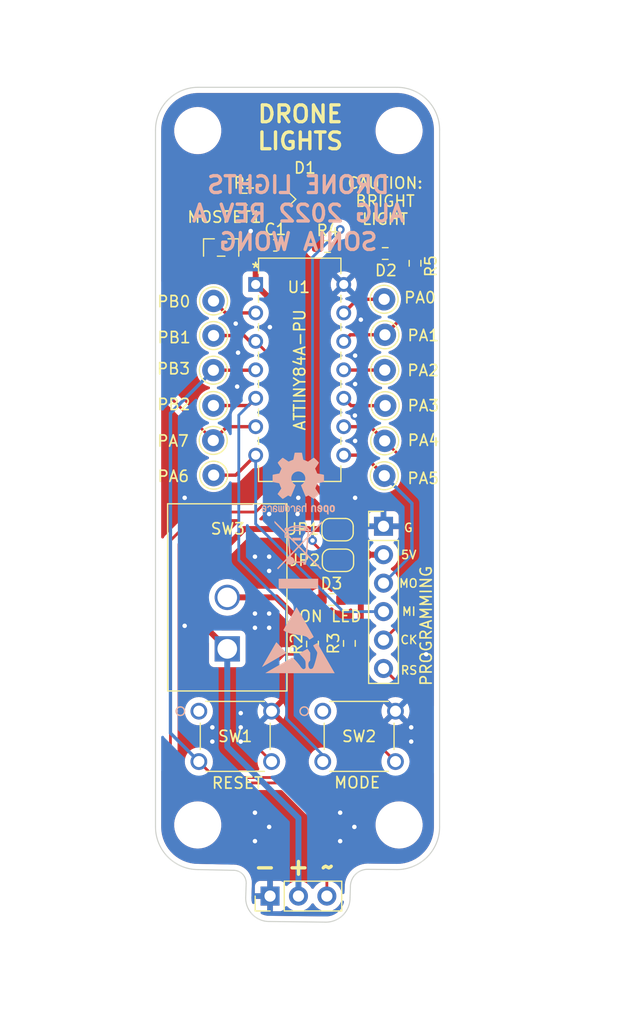
<source format=kicad_pcb>
(kicad_pcb (version 20211014) (generator pcbnew)
  (title_block (title "Drone Lights") (rev "A") (company "Designer: Sonia Wong"))
  (layers (0 "F.Cu" signal) (31 "B.Cu" signal) (34 "B.Paste" user) (35 "F.Paste" user) (36 "B.SilkS" user "B.Silkscreen") (37 "F.SilkS" user "F.Silkscreen") (38 "B.Mask" user) (39 "F.Mask" user) (44 "Edge.Cuts" user))
  (net 0 "")
  (net 1 "+5V")
  (net 2 "GND")
  (net 3 "Net-(D1-Pad1)")
  (net 4 "Net-(D2-Pad2)")
  (net 5 "Net-(D3-Pad2)")
  (net 6 "Net-(J1-Pad1)")
  (net 7 "5V_IN")
  (net 8 "EXT-CTRL")
  (net 9 "Net-(J3-Pad1)")
  (net 10 "Net-(J4-Pad1)")
  (net 11 "Net-(J5-Pad1)")
  (net 12 "CONTROL")
  (net 13 "MODE")
  (net 14 "RESET")
  (net 15 "PROG_MOSI")
  (net 16 "PROG_MISO")
  (net 17 "SCK")
  (net 18 "LED_PIN")
  (net 19 "Net-(JP2-Pad1)")
  (net 20 "Net-(MOSFET1-Pad3)")
  (net 21 "Net-(R2-Pad1)")
  (net 22 "Net-(R3-Pad1)")
  (footprint "Connector_Pin:Pin_D1.0mm_L10.0mm" (layer "F.Cu") (at 125.847114 94.322171)
    (fp_text reference "J12" hide)
    (fp_text value "Proto Pin" hide)
    (pad "1" thru_hole circle (at 0 0) (size 2 2) (drill 1) (layers *.Cu *.Mask) (net 16 "PROG_MISO"))
  )
  (footprint "Jumper:SolderJumper-2_P1.3mm_Open_RoundedPad1.0x1.5mm" (layer "F.Cu") (at 136.926736 99.187998)
    (fp_text reference "JP1" (at -3.015111 -0.0529) (layer "F.SilkS"))
    (fp_text value "OpenJumper" hide)
    (pad "1" smd custom (at -0.65 0) (size 1 0.5) (layers "F.Cu" "F.Mask") (net 7 "5V_IN") (options (clearance outline) (anchor rect)) (primitives (gr_circle (center 0 0.25) (end 0.5 0.25) (width 0) (fill yes)) (gr_circle (center 0 -0.25) (end 0.5 -0.25) (width 0) (fill yes)) (gr_poly (pts (xy 0.5 0.75) (xy 0 0.75) (xy 0 -0.75) (xy 0.5 -0.75)) (width 0) (fill yes))))
    (pad "2" smd custom (at 0.65 0) (size 1 0.5) (layers "F.Cu" "F.Mask") (net 1 "+5V") (options (clearance outline) (anchor rect)) (primitives (gr_circle (center 0 0.25) (end 0.5 0.25) (width 0) (fill yes)) (gr_circle (center 0 -0.25) (end 0.5 -0.25) (width 0) (fill yes)) (gr_poly (pts (xy 0 0.75) (xy -0.5 0.75) (xy -0.5 -0.75) (xy 0 -0.75)) (width 0) (fill yes))))
  )
  (footprint "Connector_PinHeader_2.54mm:PinHeader_1x03_P2.54mm_Vertical" (layer "F.Cu") (at 130.891223 131.904937 90)
    (fp_text reference "J2" hide)
    (fp_text value "Input")
    (pad "1" thru_hole rect (at 0 0 90) (size 1.7 1.7) (drill 1) (layers *.Cu *.Mask) (net 2 "GND"))
    (pad "2" thru_hole oval (at 0 2.54 90) (size 1.7 1.7) (drill 1) (layers *.Cu *.Mask) (net 7 "5V_IN"))
    (pad "3" thru_hole oval (at 0 5.08 90) (size 1.7 1.7) (drill 1) (layers *.Cu *.Mask) (net 8 "EXT-CTRL"))
  )
  (footprint "Connector_Pin:Pin_D1.0mm_L10.0mm" (layer "F.Cu") (at 141.091854 78.618185)
    (fp_text reference "J3" hide)
    (fp_text value "Proto Pin" hide)
    (pad "1" thru_hole circle (at 0 0) (size 2 2) (drill 1) (layers *.Cu *.Mask) (net 9 "Net-(J3-Pad1)"))
  )
  (footprint "ATTINY84A-PU:ATTINY84A-PU" (layer "F.Cu") (at 129.606223 77.294937)
    (fp_text reference "U1" (at 3.854974 0.249734) (layer "F.SilkS"))
    (fp_text value "ATTINY84A-PU" (at 3.937 7.62 90) (layer "F.SilkS"))
    (fp_text user "*" (at 0 -1.4224) (layer "F.SilkS"))
    (fp_text user "*" (at 0 -1.4224) (layer "F.SilkS"))
    (pad "1" thru_hole rect locked (at 0 0) (size 1.3208 1.3208) (drill 0.8128) (layers *.Cu *.Mask) (net 1 "+5V"))
    (pad "2" thru_hole circle locked (at 0 2.54) (size 1.3208 1.3208) (drill 0.8128) (layers *.Cu *.Mask) (net 6 "Net-(J1-Pad1)"))
    (pad "3" thru_hole circle locked (at 0 5.08) (size 1.3208 1.3208) (drill 0.8128) (layers *.Cu *.Mask) (net 8 "EXT-CTRL"))
    (pad "4" thru_hole circle locked (at 0 7.62) (size 1.3208 1.3208) (drill 0.8128) (layers *.Cu *.Mask) (net 14 "RESET"))
    (pad "5" thru_hole circle locked (at 0 10.16) (size 1.3208 1.3208) (drill 0.8128) (layers *.Cu *.Mask) (net 13 "MODE"))
    (pad "6" thru_hole circle locked (at 0 12.7) (size 1.3208 1.3208) (drill 0.8128) (layers *.Cu *.Mask) (net 12 "CONTROL"))
    (pad "7" thru_hole circle locked (at 0 15.24) (size 1.3208 1.3208) (drill 0.8128) (layers *.Cu *.Mask) (net 16 "PROG_MISO"))
    (pad "8" thru_hole circle locked (at 7.874 15.24) (size 1.3208 1.3208) (drill 0.8128) (layers *.Cu *.Mask) (net 15 "PROG_MOSI"))
    (pad "9" thru_hole circle locked (at 7.874 12.7) (size 1.3208 1.3208) (drill 0.8128) (layers *.Cu *.Mask) (net 17 "SCK"))
    (pad "10" thru_hole circle locked (at 7.874 10.16) (size 1.3208 1.3208) (drill 0.8128) (layers *.Cu *.Mask) (net 11 "Net-(J5-Pad1)"))
    (pad "11" thru_hole circle locked (at 7.874 7.62) (size 1.3208 1.3208) (drill 0.8128) (layers *.Cu *.Mask) (net 10 "Net-(J4-Pad1)"))
    (pad "12" thru_hole circle locked (at 7.874 5.08) (size 1.3208 1.3208) (drill 0.8128) (layers *.Cu *.Mask) (net 18 "LED_PIN"))
    (pad "13" thru_hole circle locked (at 7.874 2.54) (size 1.3208 1.3208) (drill 0.8128) (layers *.Cu *.Mask) (net 9 "Net-(J3-Pad1)"))
    (pad "14" thru_hole circle locked (at 7.874 0) (size 1.3208 1.3208) (drill 0.8128) (layers *.Cu *.Mask) (net 2 "GND"))
  )
  (footprint "MountingHole:MountingHole_3.2mm_M3" (layer "F.Cu") (at 124.426223 63.554937)
    (fp_text reference "H4" hide)
    (fp_text value "M3" hide)
    (pad "" np_thru_hole circle (at 0 0) (size 3.2 3.2) (drill 3.2) (layers *.Cu *.Mask))
  )
  (footprint "Connector_PinHeader_2.54mm:PinHeader_1x06_P2.54mm_Vertical" (layer "F.Cu") (at 141.036223 98.884937)
    (fp_text reference "J10" hide)
    (fp_text value "Prog_Connector" hide)
    (pad "1" thru_hole rect (at 0 0) (size 1.7 1.7) (drill 1) (layers *.Cu *.Mask) (net 2 "GND"))
    (pad "2" thru_hole oval (at 0 2.54) (size 1.7 1.7) (drill 1) (layers *.Cu *.Mask) (net 1 "+5V"))
    (pad "3" thru_hole oval (at 0 5.08) (size 1.7 1.7) (drill 1) (layers *.Cu *.Mask) (net 15 "PROG_MOSI"))
    (pad "4" thru_hole oval (at 0 7.62) (size 1.7 1.7) (drill 1) (layers *.Cu *.Mask) (net 16 "PROG_MISO"))
    (pad "5" thru_hole oval (at 0 10.16) (size 1.7 1.7) (drill 1) (layers *.Cu *.Mask) (net 17 "SCK"))
    (pad "6" thru_hole oval (at 0 12.7) (size 1.7 1.7) (drill 1) (layers *.Cu *.Mask) (net 14 "RESET"))
  )
  (footprint "Resistor_SMD:R_0603_1608Metric_Pad0.98x0.95mm_HandSolder" (layer "F.Cu") (at 136.032496 73.905307)
    (fp_text reference "R4" (at 0 -1.43) (layer "F.SilkS"))
    (fp_text value "10k")
    (pad "1" smd roundrect (at -0.9125 0) (size 0.975 0.95) (layers "F.Cu" "F.Paste" "F.Mask") (net 1 "+5V"))
    (pad "2" smd roundrect (at 0.9125 0) (size 0.975 0.95) (layers "F.Cu" "F.Paste" "F.Mask") (net 19 "Net-(JP2-Pad1)"))
  )
  (footprint "Resistor_SMD:R_0603_1608Metric_Pad0.98x0.95mm_HandSolder" (layer "F.Cu") (at 134.686223 109.402437 90)
    (fp_text reference "R2" (at 0 -1.43 90) (layer "F.SilkS"))
    (fp_text value "10k")
    (pad "1" smd roundrect (at -0.9125 0 90) (size 0.975 0.95) (layers "F.Cu" "F.Paste" "F.Mask") (net 21 "Net-(R2-Pad1)"))
    (pad "2" smd roundrect (at 0.9125 0 90) (size 0.975 0.95) (layers "F.Cu" "F.Paste" "F.Mask") (net 1 "+5V"))
  )
  (footprint "Resistor_SMD:R_0603_1608Metric_Pad0.98x0.95mm_HandSolder" (layer "F.Cu") (at 128.584298 69.674937 180)
    (fp_text reference "R1" (at -0.023368 1.443859) (layer "F.SilkS"))
    (fp_text value "10")
    (pad "1" smd roundrect (at -0.9125 0 180) (size 0.975 0.95) (layers "F.Cu" "F.Paste" "F.Mask") (net 3 "Net-(D1-Pad1)"))
    (pad "2" smd roundrect (at 0.9125 0 180) (size 0.975 0.95) (layers "F.Cu" "F.Paste" "F.Mask") (net 20 "Net-(MOSFET1-Pad3)"))
  )
  (footprint "Capacitor_SMD:C_0603_1608Metric_Pad1.08x0.95mm_HandSolder" (layer "F.Cu") (at 131.357563 73.804102)
    (fp_text reference "C1" (at 0 -1.43) (layer "F.SilkS"))
    (fp_text value "0.1 uF")
    (pad "1" smd roundrect (at -0.8625 0) (size 1.075 0.95) (layers "F.Cu" "F.Paste" "F.Mask") (net 1 "+5V"))
    (pad "2" smd roundrect (at 0.8625 0) (size 1.075 0.95) (layers "F.Cu" "F.Paste" "F.Mask") (net 2 "GND"))
  )
  (footprint "Connector_Pin:Pin_D1.0mm_L10.0mm" (layer "F.Cu") (at 141.146295 84.938608)
    (fp_text reference "J4" hide)
    (fp_text value "Proto Pin" hide)
    (pad "1" thru_hole circle (at 0 0) (size 2 2) (drill 1) (layers *.Cu *.Mask) (net 10 "Net-(J4-Pad1)"))
  )
  (footprint "Connector_Pin:Pin_D1.0mm_L10.0mm" (layer "F.Cu") (at 141.186542 88.117752)
    (fp_text reference "J5" hide)
    (fp_text value "Proto Pin" hide)
    (pad "1" thru_hole circle (at 0 0) (size 2 2) (drill 1) (layers *.Cu *.Mask) (net 11 "Net-(J5-Pad1)"))
  )
  (footprint "MountingHole:MountingHole_3.2mm_M3" (layer "F.Cu") (at 142.426223 125.554937)
    (fp_text reference "H2" hide)
    (fp_text value "M3" hide)
    (pad "" np_thru_hole circle (at 0 0) (size 3.2 3.2) (drill 3.2) (layers *.Cu *.Mask))
  )
  (footprint "Connector_Pin:Pin_D1.0mm_L10.0mm" (layer "F.Cu") (at 125.839224 78.766545)
    (fp_text reference "J1" hide)
    (fp_text value "Proto Pin" hide)
    (pad "1" thru_hole circle (at 0 0) (size 2 2) (drill 1) (layers *.Cu *.Mask) (net 6 "Net-(J1-Pad1)"))
  )
  (footprint "Connector_Pin:Pin_D1.0mm_L10.0mm" (layer "F.Cu") (at 141.138404 91.258238)
    (fp_text reference "J13" hide)
    (fp_text value "Proto Pin" hide)
    (pad "1" thru_hole circle (at 0 0) (size 2 2) (drill 1) (layers *.Cu *.Mask) (net 17 "SCK"))
  )
  (footprint "Resistor_SMD:R_0603_1608Metric_Pad0.98x0.95mm_HandSolder" (layer "F.Cu") (at 141.1884 74.531117)
    (fp_text reference "D2" (at 0.062331 1.515008) (layer "F.SilkS"))
    (fp_text value "RED LED")
    (pad "1" smd roundrect (at -0.9125 0) (size 0.975 0.95) (layers "F.Cu" "F.Paste" "F.Mask") (net 2 "GND"))
    (pad "2" smd roundrect (at 0.9125 0) (size 0.975 0.95) (layers "F.Cu" "F.Paste" "F.Mask") (net 4 "Net-(D2-Pad2)"))
  )
  (footprint "Connector_Pin:Pin_D1.0mm_L10.0mm" (layer "F.Cu") (at 141.106047 94.374256)
    (fp_text reference "J11" hide)
    (fp_text value "Proto Pin" hide)
    (pad "1" thru_hole circle (at 0 0) (size 2 2) (drill 1) (layers *.Cu *.Mask) (net 15 "PROG_MOSI"))
  )
  (footprint "Connector_Pin:Pin_D1.0mm_L10.0mm" (layer "F.Cu") (at 125.812922 91.219304)
    (fp_text reference "J6" hide)
    (fp_text value "Proto Pin" hide)
    (pad "1" thru_hole circle (at 0 0) (size 2 2) (drill 1) (layers *.Cu *.Mask) (net 12 "CONTROL"))
  )
  (footprint "Connector_Pin:Pin_D1.0mm_L10.0mm" (layer "F.Cu") (at 125.830539 88.105915)
    (fp_text reference "J8" hide)
    (fp_text value "Proto Pin" hide)
    (pad "1" thru_hole circle (at 0 0) (size 2 2) (drill 1) (layers *.Cu *.Mask) (net 13 "MODE"))
  )
  (footprint "Connector_Pin:Pin_D1.0mm_L10.0mm" (layer "F.Cu") (at 125.839224 81.857302)
    (fp_text reference "J7" hide)
    (fp_text value "Proto Pin" hide)
    (pad "1" thru_hole circle (at 0 0) (size 2 2) (drill 1) (layers *.Cu *.Mask) (net 8 "EXT-CTRL"))
  )
  (footprint "MountingHole:MountingHole_3.2mm_M3" (layer "F.Cu") (at 142.426223 63.554937)
    (fp_text reference "H3" hide)
    (fp_text value "M3" hide)
    (pad "" np_thru_hole circle (at 0 0) (size 3.2 3.2) (drill 3.2) (layers *.Cu *.Mask))
  )
  (footprint "XLAMP:XLAMP_LED_XPE2" (layer "F.Cu") (at 132.146223 69.674937)
    (fp_text reference "D1" (at 1.865348 -2.788556 unlocked) (layer "F.SilkS"))
    (fp_text value "LED" hide)
    (pad "1" smd rect (at 0 0) (size 1 3.3) (layers "F.Cu" "F.Paste" "F.Mask") (net 3 "Net-(D1-Pad1)"))
    (pad "2" smd rect (at 3.3 0) (size 1 3.3) (layers "F.Cu" "F.Paste" "F.Mask") (net 1 "+5V"))
    (pad "N" smd rect (at 1.65 0) (size 1.3 3.5) (layers "F.Cu" "F.Paste" "F.Mask"))
  )
  (footprint "Resistor_SMD:R_0603_1608Metric_Pad0.98x0.95mm_HandSolder" (layer "F.Cu") (at 143.85466 75.402895 90)
    (fp_text reference "R5" (at -0.254724 1.413224 90) (layer "F.SilkS"))
    (fp_text value "4k7")
    (pad "1" smd roundrect (at -0.9125 0 90) (size 0.975 0.95) (layers "F.Cu" "F.Paste" "F.Mask") (net 18 "LED_PIN"))
    (pad "2" smd roundrect (at 0.9125 0 90) (size 0.975 0.95) (layers "F.Cu" "F.Paste" "F.Mask") (net 4 "Net-(D2-Pad2)"))
  )
  (footprint "CT11024-3F160:CT11024.3F160" (layer "F.Cu") (at 135.604719 115.394937)
    (fp_text reference "SW2" (at 3.250001 2.250001) (layer "F.SilkS"))
    (fp_text value "CT11024.3F160" hide)
    (pad "1" thru_hole circle locked (at 0 0) (size 1.4986 1.4986) (drill 0.9906) (layers *.Cu *.Mask))
    (pad "2" thru_hole circle locked (at 6.500002 0) (size 1.4986 1.4986) (drill 0.9906) (layers *.Cu *.Mask) (net 2 "GND"))
    (pad "3" thru_hole circle locked (at 0 4.500001) (size 1.4986 1.4986) (drill 0.9906) (layers *.Cu *.Mask) (net 13 "MODE"))
    (pad "4" thru_hole circle locked (at 6.500002 4.500001) (size 1.4986 1.4986) (drill 0.9906) (layers *.Cu *.Mask) (net 22 "Net-(R3-Pad1)"))
  )
  (footprint "T2N7002BK:T2N7002BK" (layer "F.Cu") (at 126.519715 73.994492)
    (fp_text reference "MOSFET1" (at 0.298256 -2.7152) (layer "F.SilkS"))
    (fp_text value "T2N7002BK" hide)
    (pad "1" smd rect locked (at -0.950001 0.9398) (size 0.5588 1.4224) (layers "F.Cu" "F.Paste" "F.Mask") (net 12 "CONTROL"))
    (pad "2" smd rect locked (at 0.950001 0.9398) (size 0.5588 1.4224) (layers "F.Cu" "F.Paste" "F.Mask") (net 2 "GND"))
    (pad "3" smd rect locked (at 0 -0.9398) (size 0.5588 1.4224) (layers "F.Cu" "F.Paste" "F.Mask") (net 20 "Net-(MOSFET1-Pad3)"))
  )
  (footprint "MountingHole:MountingHole_3.2mm_M3" (layer "F.Cu") (at 124.426223 125.554937)
    (fp_text reference "H1" hide)
    (fp_text value "M3" hide)
    (pad "" np_thru_hole circle (at 0 0) (size 3.2 3.2) (drill 3.2) (layers *.Cu *.Mask))
  )
  (footprint "Jumper:SolderJumper-2_P1.3mm_Open_RoundedPad1.0x1.5mm" (layer "F.Cu") (at 136.962998 101.923623)
    (fp_text reference "JP2" (at -2.951396 -0.004033) (layer "F.SilkS"))
    (fp_text value "OpenJumper" hide)
    (pad "1" smd custom (at -0.65 0) (size 1 0.5) (layers "F.Cu" "F.Mask") (net 19 "Net-(JP2-Pad1)") (options (clearance outline) (anchor rect)) (primitives (gr_circle (center 0 0.25) (end 0.5 0.25) (width 0) (fill yes)) (gr_circle (center 0 -0.25) (end 0.5 -0.25) (width 0) (fill yes)) (gr_poly (pts (xy 0.5 0.75) (xy 0 0.75) (xy 0 -0.75) (xy 0.5 -0.75)) (width 0) (fill yes))))
    (pad "2" smd custom (at 0.65 0) (size 1 0.5) (layers "F.Cu" "F.Mask") (net 5 "Net-(D3-Pad2)") (options (clearance outline) (anchor rect)) (primitives (gr_circle (center 0 0.25) (end 0.5 0.25) (width 0) (fill yes)) (gr_circle (center 0 -0.25) (end 0.5 -0.25) (width 0) (fill yes)) (gr_poly (pts (xy 0 0.75) (xy -0.5 0.75) (xy -0.5 -0.75) (xy 0 -0.75)) (width 0) (fill yes))))
  )
  (footprint "CT11024-3F160:CT11024.3F160" (layer "F.Cu") (at 124.526223 115.394937)
    (fp_text reference "SW1" (at 3.250001 2.250001) (layer "F.SilkS"))
    (fp_text value "CT11024.3F160" hide)
    (pad "1" thru_hole circle locked (at 0 0) (size 1.4986 1.4986) (drill 0.9906) (layers *.Cu *.Mask))
    (pad "2" thru_hole circle locked (at 6.500002 0) (size 1.4986 1.4986) (drill 0.9906) (layers *.Cu *.Mask) (net 2 "GND"))
    (pad "3" thru_hole circle locked (at 0 4.500001) (size 1.4986 1.4986) (drill 0.9906) (layers *.Cu *.Mask) (net 14 "RESET"))
    (pad "4" thru_hole circle locked (at 6.500002 4.500001) (size 1.4986 1.4986) (drill 0.9906) (layers *.Cu *.Mask) (net 21 "Net-(R2-Pad1)"))
  )
  (footprint "GF-123-0054 Switch:GF-123-0054" (layer "F.Cu") (at 127.066223 109.832337 180)
    (fp_text reference "SW3" (at -0.049616 10.720799) (layer "F.SilkS"))
    (fp_text value "GF-123-0054" hide)
    (pad "1" thru_hole rect locked (at 0 0 180) (size 2.2606 2.2606) (drill 1.7526) (layers *.Cu *.Mask) (net 7 "5V_IN"))
    (pad "2" thru_hole circle locked (at 0 4.5974 180) (size 2.2606 2.2606) (drill 1.7526) (layers *.Cu *.Mask) (net 1 "+5V"))
  )
  (footprint "Resistor_SMD:R_0603_1608Metric_Pad0.98x0.95mm_HandSolder" (layer "F.Cu") (at 136.382118 105.431459)
    (fp_text reference "D3" (at 0 -1.43) (layer "F.SilkS"))
    (fp_text value "RED LED" hide)
    (pad "1" smd roundrect (at -0.9125 0) (size 0.975 0.95) (layers "F.Cu" "F.Paste" "F.Mask") (net 2 "GND"))
    (pad "2" smd roundrect (at 0.9125 0) (size 0.975 0.95) (layers "F.Cu" "F.Paste" "F.Mask") (net 5 "Net-(D3-Pad2)"))
  )
  (footprint "Resistor_SMD:R_0603_1608Metric_Pad0.98x0.95mm_HandSolder" (layer "F.Cu") (at 137.985014 109.343368 90)
    (fp_text reference "R3" (at 0 -1.43 90) (layer "F.SilkS"))
    (fp_text value "10k")
    (pad "1" smd roundrect (at -0.9125 0 90) (size 0.975 0.95) (layers "F.Cu" "F.Paste" "F.Mask") (net 22 "Net-(R3-Pad1)"))
    (pad "2" smd roundrect (at 0.9125 0 90) (size 0.975 0.95) (layers "F.Cu" "F.Paste" "F.Mask") (net 1 "+5V"))
  )
  (footprint "Connector_Pin:Pin_D1.0mm_L10.0mm" (layer "F.Cu") (at 141.16287 81.790233)
    (fp_text reference "J14" hide)
    (fp_text value "Proto Pin" hide)
    (pad "1" thru_hole circle (at 0 0) (size 2 2) (drill 1) (layers *.Cu *.Mask) (net 18 "LED_PIN"))
  )
  (footprint "Connector_Pin:Pin_D1.0mm_L10.0mm" (layer "F.Cu") (at 125.823443 84.950444)
    (fp_text reference "J9" hide)
    (fp_text value "Proto Pin" hide)
    (pad "1" thru_hole circle (at 0 0) (size 2 2) (drill 1) (layers *.Cu *.Mask) (net 14 "RESET"))
  )
  (footprint "Symbol:ESD-Logo_6.6x6mm_SilkScreen" (layer "B.Cu") (at 133.416223 109.044937 180)
    (fp_text reference "REF**" hide)
    (fp_text value "ESD-Logo_6.6x6mm_SilkScreen" hide)
  )
  (footprint "Symbol:OSHW-Logo2_7.3x6mm_SilkScreen" (layer "B.Cu") (at 133.416223 95.074937 180)
    (fp_text reference "REF**" hide)
    (fp_text value "OSHW-Logo2_7.3x6mm_SilkScreen" hide)
  )
  (footprint "Symbol:WEEE-Logo_4.2x6mm_SilkScreen" (layer "B.Cu") (at 133.416223 101.424937 180)
    (fp_text reference "REF**" hide)
    (fp_text value "WEEE-Logo_4.2x6mm_SilkScreen" hide)
  )
  (gr_arc (start 142.24 59.69) (mid 144.934077 60.805923) (end 146.05 63.5) (layer "Edge.Cuts") (width 0.1))
  (gr_arc (start 124.46 129.54) (mid 121.765923 128.424077) (end 120.65 125.73) (layer "Edge.Cuts") (width 0.1))
  (gr_line (start 127.609179 129.603305) (end 124.46 129.54) (layer "Edge.Cuts") (width 0.1))
  (gr_arc (start 120.65 63.5) (mid 121.765923 60.805923) (end 124.46 59.69) (layer "Edge.Cuts") (width 0.1))
  (gr_line (start 124.46 59.69) (end 142.24 59.69) (layer "Edge.Cuts") (width 0.1))
  (gr_line (start 139.647346 129.514382) (end 142.24 129.54) (layer "Edge.Cuts") (width 0.1))
  (gr_arc (start 138.075894 131.114126) (mid 138.519609 129.978291) (end 139.647346 129.514382) (layer "Edge.Cuts") (width 0.1))
  (gr_line (start 128.757006 130.751528) (end 128.713994 132.08) (layer "Edge.Cuts") (width 0.1))
  (gr_line (start 146.05 63.5) (end 146.05 125.73) (layer "Edge.Cuts") (width 0.1))
  (gr_arc (start 127.609179 129.603305) (mid 128.425335 129.935258) (end 128.757006 130.751528) (layer "Edge.Cuts") (width 0.1))
  (gr_line (start 135.89 134.232313) (end 130.857198 134.175475) (layer "Edge.Cuts") (width 0.1))
  (gr_line (start 120.65 63.5) (end 120.65 125.73) (layer "Edge.Cuts") (width 0.1))
  (gr_arc (start 138.042184 132.0564) (mid 137.420237 133.593549) (end 135.89 134.232313) (layer "Edge.Cuts") (width 0.1))
  (gr_arc (start 130.857198 134.175475) (mid 129.344682 133.578695) (end 128.713994 132.08) (layer "Edge.Cuts") (width 0.1))
  (gr_arc (start 146.05 125.73) (mid 144.934077 128.424077) (end 142.24 129.54) (layer "Edge.Cuts") (width 0.1))
  (gr_line (start 138.075894 131.114126) (end 138.042184 132.0564) (layer "Edge.Cuts") (width 0.1))
  (gr_text "AUG 2022 REV A" (at 133.416223 70.944937) (layer "B.SilkS") (effects (font (size 1.5 1.5) (thickness 0.3)) (justify mirror)))
  (gr_text "SONIA WONG" (at 133.416223 73.484937) (layer "B.SilkS") (effects (font (size 1.5 1.5) (thickness 0.3)) (justify mirror)))
  (gr_text "DRONE LIGHTS" (at 133.416223 68.404937) (layer "B.SilkS") (effects (font (size 1.5 1.5) (thickness 0.3)) (justify mirror)))
  (gr_text "PA3" (at 144.598968 88.120526) (layer "F.SilkS") (effects (font (size 1 1))))
  (gr_text "PB0" (at 122.282989 78.823853) (layer "F.SilkS") (effects (font (size 1 1))))
  (gr_text "ON LED" (at 136.285424 106.928425) (layer "F.SilkS") (effects (font (size 1 1))))
  (gr_text "PB3\n" (at 122.263368 84.818086) (layer "F.SilkS") (effects (font (size 1 1))))
  (gr_text "- + ~" (at 133.039444 129.276642) (layer "F.SilkS") (effects (font (size 1.5 1.5) (thickness 0.3))))
  (gr_text "RESET" (at 127.963131 121.811583) (layer "F.SilkS") (effects (font (size 1 1))))
  (gr_text "MO" (at 143.257045 103.984627) (layer "F.SilkS") (effects (font (size 0.75 0.75) (thickness 0.13))))
  (gr_text "PA0" (at 144.291567 78.472742) (layer "F.SilkS") (effects (font (size 1 1))))
  (gr_text "MI" (at 143.305392 106.498666) (layer "F.SilkS") (effects (font (size 0.75 0.75) (thickness 0.13))))
  (gr_text "PA2" (at 144.579347 84.971346) (layer "F.SilkS") (effects (font (size 1 1))))
  (gr_text "CAUTION:\nBRIGHT\nLIGHT\n" (at 141.175374 69.851783) (layer "F.SilkS") (effects (font (size 1 1))))
  (gr_text "G" (at 143.257045 99.021012) (layer "F.SilkS") (effects (font (size 0.75 0.75) (thickness 0.13))))
  (gr_text "PA5" (at 144.583789 94.607873) (layer "F.SilkS") (effects (font (size 1 1))))
  (gr_text "MODE" (at 138.682705 121.773838) (layer "F.SilkS") (effects (font (size 1 1))))
  (gr_text "PA6" (at 122.243747 94.422594) (layer "F.SilkS") (effects (font (size 1 1))))
  (gr_text "PA7" (at 122.214315 91.273414) (layer "F.SilkS") (effects (font (size 1 1))))
  (gr_text "PROGRAMMING" (at 144.846223 107.774937 90) (layer "F.SilkS") (effects (font (size 1 1))))
  (gr_text "CK" (at 143.305392 109.028821) (layer "F.SilkS") (effects (font (size 0.75 0.75) (thickness 0.13))))
  (gr_text "PA4" (at 144.608779 91.210843) (layer "F.SilkS") (effects (font (size 1 1))))
  (gr_text "PA1" (at 144.589158 81.851598) (layer "F.SilkS") (effects (font (size 1 1))))
  (gr_text "PB1" (at 122.312421 82.031896) (layer "F.SilkS") (effects (font (size 1 1))))
  (gr_text "RS\n" (at 143.318372 111.746093) (layer "F.SilkS") (effects (font (size 0.75 0.75) (thickness 0.13))))
  (gr_text "5V" (at 143.289276 101.438357) (layer "F.SilkS") (effects (font (size 0.75 0.75) (thickness 0.13))))
  (gr_text "DRONE\nLIGHTS" (at 133.593754 63.289538) (layer "F.SilkS") (effects (font (size 1.5 1.5) (thickness 0.3))))
  (gr_text "PB2" (at 122.282989 88.006508) (layer "F.SilkS") (effects (font (size 1 1))))
  (segment (start 134.745292 108.430868) (end 137.985014 108.430868) (width 0.53) (layer "F.Cu") (net 1))
  (segment (start 132.146223 92.534937) (end 137.576736 97.96545) (width 0.53) (layer "F.Cu") (net 1))
  (segment (start 131.97315 72.326015) (end 134.695145 72.326015) (width 0.53) (layer "F.Cu") (net 1))
  (segment (start 132.146223 92.534937) (end 132.146223 79.834937) (width 0.53) (layer "F.Cu") (net 1))
  (segment (start 132.146223 79.834937) (end 129.606223 77.294937) (width 0.53) (layer "F.Cu") (net 1))
  (segment (start 130.495063 73.804102) (end 131.97315 72.326015) (width 0.53) (layer "F.Cu") (net 1))
  (segment (start 139.813675 101.424937) (end 141.036223 101.424937) (width 0.53) (layer "F.Cu") (net 1))
  (segment (start 131.431223 105.234937) (end 134.686223 108.489937) (width 0.53) (layer "F.Cu") (net 1))
  (segment (start 129.606223 74.692942) (end 129.606223 77.294937) (width 0.53) (layer "F.Cu") (net 1))
  (segment (start 130.495063 73.804102) (end 129.606223 74.692942) (width 0.53) (layer "F.Cu") (net 1))
  (segment (start 134.695145 72.326015) (end 135.446223 71.574937) (width 0.53) (layer "F.Cu") (net 1))
  (segment (start 134.686223 108.489937) (end 134.745292 108.430868) (width 0.25) (layer "F.Cu") (net 1))
  (segment (start 139.005653 107.410229) (end 139.005653 102.232959) (width 0.53) (layer "F.Cu") (net 1))
  (segment (start 127.066223 105.234937) (end 131.431223 105.234937) (width 0.53) (layer "F.Cu") (net 1))
  (segment (start 135.446223 71.574937) (end 135.446223 69.674937) (width 0.25) (layer "F.Cu") (net 1))
  (segment (start 135.446223 73.57908) (end 135.119996 73.905307) (width 0.25) (layer "F.Cu") (net 1))
  (segment (start 137.576736 99.187998) (end 139.813675 101.424937) (width 0.53) (layer "F.Cu") (net 1))
  (segment (start 135.446223 69.674937) (end 135.446223 73.57908) (width 0.53) (layer "F.Cu") (net 1))
  (segment (start 139.005653 102.232959) (end 139.813675 101.424937) (width 0.53) (layer "F.Cu") (net 1))
  (segment (start 137.576736 97.96545) (end 137.576736 99.187998) (width 0.53) (layer "F.Cu") (net 1))
  (segment (start 139.005653 107.410229) (end 137.985014 108.430868) (width 0.53) (layer "F.Cu") (net 1))
  (via (at 130.876223 81.104937) (size 0.8) (drill 0.4) (layers "F.Cu" "B.Cu") (net 2))
  (via (at 130.81 125.73) (size 0.8) (drill 0.4) (layers "F.Cu" "B.Cu") (net 2))
  (via (at 143.51 118.11) (size 0.8) (drill 0.4) (layers "F.Cu" "B.Cu") (net 2))
  (via (at 130.81 102.87) (size 0.8) (drill 0.4) (layers "F.Cu" "B.Cu") (net 2))
  (via (at 129.54 124.46) (size 0.8) (drill 0.4) (layers "F.Cu" "B.Cu") (net 2))
  (via (at 129.16092 72.525299) (size 0.8) (drill 0.4) (layers "F.Cu" "B.Cu") (net 2))
  (via (at 143.51 116.84) (size 0.8) (drill 0.4) (layers "F.Cu" "B.Cu") (net 2))
  (via (at 138.43 125.73) (size 0.8) (drill 0.4) (layers "F.Cu" "B.Cu") (net 2))
  (via (at 138.476972 88.995767) (size 0.8) (drill 0.4) (layers "F.Cu" "B.Cu") (net 2))
  (via (at 138.496223 91.264937) (size 0.8) (drill 0.4) (layers "F.Cu" "B.Cu") (net 2))
  (via (at 133.35 97.79) (size 0.8) (drill 0.4) (layers "F.Cu" "B.Cu") (net 2))
  (via (at 129.54 101.6) (size 0.8) (drill 0.4) (layers "F.Cu" "B.Cu") (net 2))
  (via (at 127.949447 86.414131) (size 0.8) (drill 0.4) (layers "F.Cu" "B.Cu") (net 2))
  (via (at 129.54 106.68) (size 0.8) (drill 0.4) (layers "F.Cu" "B.Cu") (net 2))
  (via (at 133.416223 96.344937) (size 0.8) (drill 0.4) (layers "F.Cu" "B.Cu") (net 2))
  (via (at 128.27 116.84) (size 0.8) (drill 0.4) (layers "F.Cu" "B.Cu") (net 2))
  (via (at 130.81 101.6) (size 0.8) (drill 0.4) (layers "F.Cu" "B.Cu") (net 2))
  (via (at 130.81 106.68) (size 0.8) (drill 0.4) (layers "F.Cu" "B.Cu") (net 2))
  (via (at 139.008788 80.438366) (size 0.8) (drill 0.4) (layers "F.Cu" "B.Cu") (net 2))
  (via (at 129.54 107.95) (size 0.8) (drill 0.4) (layers "F.Cu" "B.Cu") (net 2))
  (via (at 129.54 127) (size 0.8) (drill 0.4) (layers "F.Cu" "B.Cu") (net 2))
  (via (at 138.496223 86.184937) (size 0.8) (drill 0.4) (layers "F.Cu" "B.Cu") (net 2))
  (via (at 138.496223 83.644937) (size 0.8) (drill 0.4) (layers "F.Cu" "B.Cu") (net 2))
  (via (at 123.256223 96.344937) (size 0.8) (drill 0.4) (layers "F.Cu" "B.Cu") (net 2))
  (via (at 127.820522 80.789774) (size 0.8) (drill 0.4) (layers "F.Cu" "B.Cu") (net 2))
  (via (at 125.73 118.11) (size 0.8) (drill 0.4) (layers "F.Cu" "B.Cu") (net 2))
  (via (at 128.27 118.11) (size 0.8) (drill 0.4) (layers "F.Cu" "B.Cu") (net 2))
  (via (at 128.030025 83.384391) (size 0.8) (drill 0.4) (layers "F.Cu" "B.Cu") (net 2))
  (via (at 144.846223 110.314937) (size 0.8) (drill 0.4) (layers "F.Cu" "B.Cu") (net 2))
  (via (at 123.256223 107.774937) (size 0.8) (drill 0.4) (layers "F.Cu" "B.Cu") (net 2))
  (via (at 137.16 124.46) (size 0.8) (drill 0.4) (layers "F.Cu" "B.Cu") (net 2))
  (via (at 138.496223 96.344937) (size 0.8) (drill 0.4) (layers "F.Cu" "B.Cu") (net 2))
  (via (at 130.81 97.79) (size 0.8) (drill 0.4) (layers "F.Cu" "B.Cu") (net 2))
  (via (at 130.81 107.95) (size 0.8) (drill 0.4) (layers "F.Cu" "B.Cu") (net 2))
  (via (at 128.27 115.57) (size 0.8) (drill 0.4) (layers "F.Cu" "B.Cu") (net 2))
  (via (at 125.73 116.84) (size 0.8) (drill 0.4) (layers "F.Cu" "B.Cu") (net 2))
  (via (at 137.16 127) (size 0.8) (drill 0.4) (layers "F.Cu" "B.Cu") (net 2))
  (segment (start 129.496798 69.674937) (end 132.146223 69.674937) (width 0.25) (layer "F.Cu") (net 3))
  (segment (start 143.813938 74.531117) (end 143.85466 74.490395) (width 0.25) (layer "F.Cu") (net 4))
  (segment (start 142.1009 74.531117) (end 143.813938 74.531117) (width 0.25) (layer "F.Cu") (net 4))
  (segment (start 137.612998 105.113079) (end 137.294618 105.431459) (width 0.25) (layer "F.Cu") (net 5))
  (segment (start 137.612998 101.923623) (end 137.612998 105.113079) (width 0.25) (layer "F.Cu") (net 5))
  (segment (start 126.907616 79.834937) (end 129.606223 79.834937) (width 0.3) (layer "F.Cu") (net 6))
  (segment (start 125.839224 78.766545) (end 126.907616 79.834937) (width 0.3) (layer "F.Cu") (net 6))
  (segment (start 136.22175 99.133012) (end 136.276736 99.187998) (width 0.25) (layer "F.Cu") (net 7))
  (segment (start 125.008823 107.774937) (end 125.008823 102.694937) (width 0.53) (layer "F.Cu") (net 7))
  (segment (start 127.066223 109.832337) (end 125.008823 107.774937) (width 0.53) (layer "F.Cu") (net 7))
  (segment (start 128.570748 99.133012) (end 136.22175 99.133012) (width 0.53) (layer "F.Cu") (net 7))
  (segment (start 128.570748 99.133012) (end 125.008823 102.694937) (width 0.53) (layer "F.Cu") (net 7))
  (segment (start 127.066223 118.569937) (end 133.431223 124.934937) (width 0.53) (layer "B.Cu") (net 7))
  (segment (start 127.066223 109.832337) (end 127.066223 118.569937) (width 0.53) (layer "B.Cu") (net 7))
  (segment (start 133.431223 124.934937) (end 133.431223 131.904937) (width 0.53) (layer "B.Cu") (net 7))
  (segment (start 135.971223 125.569937) (end 135.971223 131.904937) (width 0.25) (layer "F.Cu") (net 8))
  (segment (start 132.205086 121.8038) (end 135.971223 125.569937) (width 0.25) (layer "F.Cu") (net 8))
  (segment (start 125.839224 81.857302) (end 128.570953 81.857302) (width 0.3) (layer "F.Cu") (net 8))
  (segment (start 129.088588 82.374937) (end 129.606223 82.374937) (width 0.25) (layer "F.Cu") (net 8))
  (segment (start 124.526223 97.614937) (end 121.986223 100.154937) (width 0.25) (layer "F.Cu") (net 8))
  (segment (start 121.986223 100.154937) (end 121.986223 120.474937) (width 0.25) (layer "F.Cu") (net 8))
  (segment (start 128.570953 81.857302) (end 129.088588 82.374937) (width 0.3) (layer "F.Cu") (net 8))
  (segment (start 131.093937 83.862651) (end 131.093937 96.127223) (width 0.25) (layer "F.Cu") (net 8))
  (segment (start 123.315086 121.8038) (end 132.205086 121.8038) (width 0.25) (layer "F.Cu") (net 8))
  (segment (start 121.986223 120.474937) (end 123.315086 121.8038) (width 0.25) (layer "F.Cu") (net 8))
  (segment (start 131.093937 96.127223) (end 129.606223 97.614937) (width 0.25) (layer "F.Cu") (net 8))
  (segment (start 129.606223 97.614937) (end 124.526223 97.614937) (width 0.25) (layer "F.Cu") (net 8))
  (segment (start 129.606223 82.374937) (end 131.093937 83.862651) (width 0.25) (layer "F.Cu") (net 8))
  (segment (start 138.696975 78.618185) (end 137.480223 79.834937) (width 0.3) (layer "F.Cu") (net 9))
  (segment (start 141.091854 78.618185) (end 138.696975 78.618185) (width 0.3) (layer "F.Cu") (net 9))
  (segment (start 137.503894 84.938608) (end 137.480223 84.914937) (width 0.25) (layer "F.Cu") (net 10))
  (segment (start 141.146295 84.938608) (end 137.503894 84.938608) (width 0.3) (layer "F.Cu") (net 10))
  (segment (start 141.186542 88.117752) (end 138.143038 88.117752) (width 0.3) (layer "F.Cu") (net 11))
  (segment (start 138.143038 88.117752) (end 137.480223 87.454937) (width 0.3) (layer "F.Cu") (net 11))
  (segment (start 125.569714 74.934292) (end 124.346868 74.934292) (width 0.25) (layer "F.Cu") (net 12))
  (segment (start 127.037289 89.994937) (end 129.606223 89.994937) (width 0.3) (layer "F.Cu") (net 12))
  (segment (start 121.986223 87.454937) (end 122.048555 87.454937) (width 0.25) (layer "F.Cu") (net 12))
  (segment (start 124.346868 74.934292) (end 121.986223 77.294937) (width 0.25) (layer "F.Cu") (net 12))
  (segment (start 122.048555 87.454937) (end 125.812922 91.219304) (width 0.25) (layer "F.Cu") (net 12))
  (segment (start 121.986223 77.294937) (end 121.986223 87.454937) (width 0.25) (layer "F.Cu") (net 12))
  (segment (start 125.812922 91.219304) (end 127.037289 89.994937) (width 0.3) (layer "F.Cu") (net 12))
  (segment (start 125.830539 88.105915) (end 128.955245 88.105915) (width 0.3) (layer "F.Cu") (net 13))
  (segment (start 128.955245 88.105915) (end 129.606223 87.454937) (width 0.3) (layer "F.Cu") (net 13))
  (segment (start 128.096652 88.964508) (end 129.606223 87.454937) (width 0.25) (layer "B.Cu") (net 13))
  (segment (start 132.426098 116.138606) (end 132.366125 116.078633) (width 0.25) (layer "B.Cu") (net 13))
  (segment (start 132.366125 116.078633) (end 132.366125 106.173148) (width 0.25) (layer "B.Cu") (net 13))
  (segment (start 132.366125 106.173148) (end 128.096652 101.903675) (width 0.25) (layer "B.Cu") (net 13))
  (segment (start 135.604719 119.318976) (end 132.426098 116.140355) (width 0.25) (layer "B.Cu") (net 13))
  (segment (start 132.426098 116.140355) (end 132.426098 116.138606) (width 0.25) (layer "B.Cu") (net 13))
  (segment (start 135.604719 119.894938) (end 135.604719 119.318976) (width 0.25) (layer "B.Cu") (net 13))
  (segment (start 128.096652 101.903675) (end 128.096652 88.964508) (width 0.25) (layer "B.Cu") (net 13))
  (segment (start 129.570716 84.950444) (end 129.606223 84.914937) (width 0.25) (layer "F.Cu") (net 14))
  (segment (start 125.949463 121.318178) (end 124.526223 119.894938) (width 0.25) (layer "F.Cu") (net 14))
  (segment (start 144.846223 120.474937) (end 144.002982 121.318178) (width 0.25) (layer "F.Cu") (net 14))
  (segment (start 144.002982 121.318178) (end 125.949463 121.318178) (width 0.25) (layer "F.Cu") (net 14))
  (segment (start 144.846223 115.394937) (end 144.846223 120.474937) (width 0.25) (layer "F.Cu") (net 14))
  (segment (start 141.036223 111.584937) (end 144.846223 115.394937) (width 0.25) (layer "F.Cu") (net 14))
  (segment (start 125.823443 84.950444) (end 129.570716 84.950444) (width 0.3) (layer "F.Cu") (net 14))
  (segment (start 121.986223 117.354938) (end 124.526223 119.894938) (width 0.3) (layer "B.Cu") (net 14))
  (segment (start 121.986223 88.787664) (end 121.986223 117.354938) (width 0.3) (layer "B.Cu") (net 14))
  (segment (start 125.823443 84.950444) (end 121.986223 88.787664) (width 0.3) (layer "B.Cu") (net 14))
  (segment (start 141.106047 94.374256) (end 139.266728 92.534937) (width 0.3) (layer "F.Cu") (net 15))
  (segment (start 139.266728 92.534937) (end 137.480223 92.534937) (width 0.3) (layer "F.Cu") (net 15))
  (segment (start 143.576223 96.844432) (end 143.576223 101.424937) (width 0.3) (layer "B.Cu") (net 15))
  (segment (start 141.106047 94.374256) (end 143.576223 96.844432) (width 0.3) (layer "B.Cu") (net 15))
  (segment (start 141.036223 103.964937) (end 143.576223 101.424937) (width 0.25) (layer "B.Cu") (net 15))
  (segment (start 125.847114 94.322171) (end 127.818989 94.322171) (width 0.3) (layer "F.Cu") (net 16))
  (segment (start 127.818989 94.322171) (end 129.606223 92.534937) (width 0.3) (layer "F.Cu") (net 16))
  (segment (start 137.435183 106.504937) (end 136.695703 105.765457) (width 0.25) (layer "B.Cu") (net 16))
  (segment (start 129.606223 98.675977) (end 129.606223 92.534937) (width 0.25) (layer "B.Cu") (net 16))
  (segment (start 141.036223 106.504937) (end 137.435183 106.504937) (width 0.25) (layer "B.Cu") (net 16))
  (segment (start 136.695703 105.765457) (end 129.606223 98.675977) (width 0.25) (layer "B.Cu") (net 16))
  (segment (start 145.083212 95.203046) (end 141.138404 91.258238) (width 0.25) (layer "F.Cu") (net 17))
  (segment (start 141.036223 109.044937) (end 145.083212 104.997948) (width 0.25) (layer "F.Cu") (net 17))
  (segment (start 141.138404 91.258238) (end 139.875103 89.994937) (width 0.3) (layer "F.Cu") (net 17))
  (segment (start 145.083212 104.997948) (end 145.083212 95.203046) (width 0.25) (layer "F.Cu") (net 17))
  (segment (start 139.875103 89.994937) (end 137.480223 89.994937) (width 0.3) (layer "F.Cu") (net 17))
  (segment (start 141.16287 81.790233) (end 143.85466 79.098443) (width 0.3) (layer "F.Cu") (net 18))
  (segment (start 141.16287 81.790233) (end 138.064927 81.790233) (width 0.3) (layer "F.Cu") (net 18))
  (segment (start 143.85466 79.098443) (end 143.85466 76.315395) (width 0.3) (layer "F.Cu") (net 18))
  (segment (start 138.064927 81.790233) (end 137.480223 82.374937) (width 0.3) (layer "F.Cu") (net 18))
  (segment (start 134.686223 100.154937) (end 134.686223 100.296848) (width 0.25) (layer "F.Cu") (net 19))
  (segment (start 137.16 72.39) (end 136.944996 72.605004) (width 0.25) (layer "F.Cu") (net 19))
  (segment (start 136.944996 72.605004) (end 136.944996 73.905307) (width 0.25) (layer "F.Cu") (net 19))
  (segment (start 134.686223 100.296848) (end 136.312998 101.923623) (width 0.25) (layer "F.Cu") (net 19))
  (via (at 137.16 72.39) (size 0.8) (drill 0.4) (layers "F.Cu" "B.Cu") (net 19))
  (via (at 134.686223 100.154937) (size 0.8) (drill 0.4) (layers "F.Cu" "B.Cu") (net 19))
  (segment (start 134.686223 74.863777) (end 134.686223 100.154937) (width 0.25) (layer "B.Cu") (net 19))
  (segment (start 137.16 72.39) (end 134.686223 74.863777) (width 0.25) (layer "B.Cu") (net 19))
  (segment (start 126.519715 70.82702) (end 126.519715 73.054692) (width 0.25) (layer "F.Cu") (net 20))
  (segment (start 127.671798 69.674937) (end 126.519715 70.82702) (width 0.25) (layer "F.Cu") (net 20))
  (segment (start 129.606223 112.854937) (end 132.146223 110.314937) (width 0.25) (layer "F.Cu") (net 21))
  (segment (start 131.026225 119.894938) (end 129.606223 118.474936) (width 0.25) (layer "F.Cu") (net 21))
  (segment (start 129.606223 118.474936) (end 129.606223 112.854937) (width 0.25) (layer "F.Cu") (net 21))
  (segment (start 132.146223 110.314937) (end 134.686223 110.314937) (width 0.25) (layer "F.Cu") (net 21))
  (segment (start 137.985014 115.775231) (end 142.104721 119.894938) (width 0.25) (layer "F.Cu") (net 22))
  (segment (start 137.985014 110.255868) (end 137.985014 115.775231) (width 0.25) (layer "F.Cu") (net 22))
  (zone (net 2) (net_name "GND") (layer "F.Cu") (connect_pads (clearance 0.508)) (min_thickness 0.254) (fill yes (thermal_gap 0.508) (thermal_bridge_width 0.508))
    (polygon (pts (xy 162.626223 92.534937) (xy 160.086223 143.334937) (xy 116.906223 143.334937) (xy 106.746223 107.774937) (xy 109.286223 51.894937) (xy 155.006223 51.894937)))
  )
  (zone (net 2) (net_name "GND") (layer "B.Cu") (connect_pads (clearance 0.508)) (min_thickness 0.254) (fill yes (thermal_gap 0.508) (thermal_bridge_width 0.508))
    (polygon (pts (xy 152.466223 59.514937) (xy 160.086223 140.794937) (xy 114.366223 143.334937) (xy 111.826223 56.974937)))
  )
)
</source>
